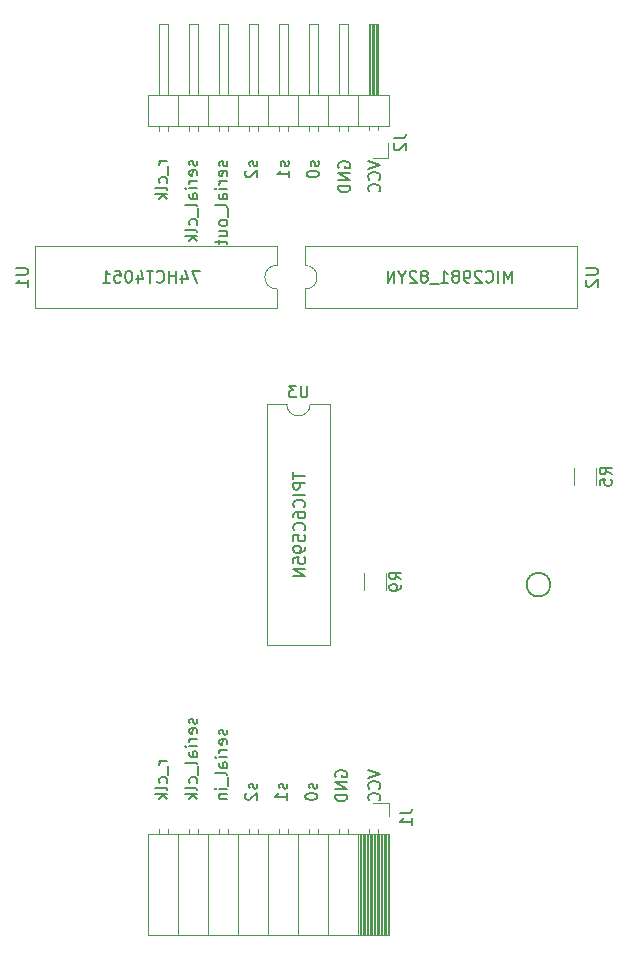
<source format=gbr>
%TF.GenerationSoftware,KiCad,Pcbnew,(5.1.8-0-10_14)*%
%TF.CreationDate,2021-01-04T21:42:45+01:00*%
%TF.ProjectId,led-matrix,6c65642d-6d61-4747-9269-782e6b696361,rev?*%
%TF.SameCoordinates,Original*%
%TF.FileFunction,Legend,Bot*%
%TF.FilePolarity,Positive*%
%FSLAX46Y46*%
G04 Gerber Fmt 4.6, Leading zero omitted, Abs format (unit mm)*
G04 Created by KiCad (PCBNEW (5.1.8-0-10_14)) date 2021-01-04 21:42:45*
%MOMM*%
%LPD*%
G01*
G04 APERTURE LIST*
%ADD10C,0.150000*%
%ADD11C,0.120000*%
G04 APERTURE END LIST*
D10*
X52347761Y-26360523D02*
X52395380Y-26455761D01*
X52395380Y-26646238D01*
X52347761Y-26741476D01*
X52252523Y-26789095D01*
X52204904Y-26789095D01*
X52109666Y-26741476D01*
X52062047Y-26646238D01*
X52062047Y-26503380D01*
X52014428Y-26408142D01*
X51919190Y-26360523D01*
X51871571Y-26360523D01*
X51776333Y-26408142D01*
X51728714Y-26503380D01*
X51728714Y-26646238D01*
X51776333Y-26741476D01*
X51395380Y-27408142D02*
X51395380Y-27503380D01*
X51443000Y-27598619D01*
X51490619Y-27646238D01*
X51585857Y-27693857D01*
X51776333Y-27741476D01*
X52014428Y-27741476D01*
X52204904Y-27693857D01*
X52300142Y-27646238D01*
X52347761Y-27598619D01*
X52395380Y-27503380D01*
X52395380Y-27408142D01*
X52347761Y-27312904D01*
X52300142Y-27265285D01*
X52204904Y-27217666D01*
X52014428Y-27170047D01*
X51776333Y-27170047D01*
X51585857Y-27217666D01*
X51490619Y-27265285D01*
X51443000Y-27312904D01*
X51395380Y-27408142D01*
X54110000Y-26924095D02*
X54062380Y-26828857D01*
X54062380Y-26686000D01*
X54110000Y-26543142D01*
X54205238Y-26447904D01*
X54300476Y-26400285D01*
X54490952Y-26352666D01*
X54633809Y-26352666D01*
X54824285Y-26400285D01*
X54919523Y-26447904D01*
X55014761Y-26543142D01*
X55062380Y-26686000D01*
X55062380Y-26781238D01*
X55014761Y-26924095D01*
X54967142Y-26971714D01*
X54633809Y-26971714D01*
X54633809Y-26781238D01*
X55062380Y-27400285D02*
X54062380Y-27400285D01*
X55062380Y-27971714D01*
X54062380Y-27971714D01*
X55062380Y-28447904D02*
X54062380Y-28447904D01*
X54062380Y-28686000D01*
X54110000Y-28828857D01*
X54205238Y-28924095D01*
X54300476Y-28971714D01*
X54490952Y-29019333D01*
X54633809Y-29019333D01*
X54824285Y-28971714D01*
X54919523Y-28924095D01*
X55014761Y-28828857D01*
X55062380Y-28686000D01*
X55062380Y-28447904D01*
X44600761Y-26368809D02*
X44648380Y-26464047D01*
X44648380Y-26654523D01*
X44600761Y-26749761D01*
X44505523Y-26797380D01*
X44457904Y-26797380D01*
X44362666Y-26749761D01*
X44315047Y-26654523D01*
X44315047Y-26511666D01*
X44267428Y-26416428D01*
X44172190Y-26368809D01*
X44124571Y-26368809D01*
X44029333Y-26416428D01*
X43981714Y-26511666D01*
X43981714Y-26654523D01*
X44029333Y-26749761D01*
X44600761Y-27606904D02*
X44648380Y-27511666D01*
X44648380Y-27321190D01*
X44600761Y-27225952D01*
X44505523Y-27178333D01*
X44124571Y-27178333D01*
X44029333Y-27225952D01*
X43981714Y-27321190D01*
X43981714Y-27511666D01*
X44029333Y-27606904D01*
X44124571Y-27654523D01*
X44219809Y-27654523D01*
X44315047Y-27178333D01*
X44648380Y-28083095D02*
X43981714Y-28083095D01*
X44172190Y-28083095D02*
X44076952Y-28130714D01*
X44029333Y-28178333D01*
X43981714Y-28273571D01*
X43981714Y-28368809D01*
X44648380Y-28702142D02*
X43981714Y-28702142D01*
X43648380Y-28702142D02*
X43696000Y-28654523D01*
X43743619Y-28702142D01*
X43696000Y-28749761D01*
X43648380Y-28702142D01*
X43743619Y-28702142D01*
X44648380Y-29606904D02*
X44124571Y-29606904D01*
X44029333Y-29559285D01*
X43981714Y-29464047D01*
X43981714Y-29273571D01*
X44029333Y-29178333D01*
X44600761Y-29606904D02*
X44648380Y-29511666D01*
X44648380Y-29273571D01*
X44600761Y-29178333D01*
X44505523Y-29130714D01*
X44410285Y-29130714D01*
X44315047Y-29178333D01*
X44267428Y-29273571D01*
X44267428Y-29511666D01*
X44219809Y-29606904D01*
X44648380Y-30225952D02*
X44600761Y-30130714D01*
X44505523Y-30083095D01*
X43648380Y-30083095D01*
X44743619Y-30368809D02*
X44743619Y-31130714D01*
X44648380Y-31511666D02*
X44600761Y-31416428D01*
X44553142Y-31368809D01*
X44457904Y-31321190D01*
X44172190Y-31321190D01*
X44076952Y-31368809D01*
X44029333Y-31416428D01*
X43981714Y-31511666D01*
X43981714Y-31654523D01*
X44029333Y-31749761D01*
X44076952Y-31797380D01*
X44172190Y-31845000D01*
X44457904Y-31845000D01*
X44553142Y-31797380D01*
X44600761Y-31749761D01*
X44648380Y-31654523D01*
X44648380Y-31511666D01*
X43981714Y-32702142D02*
X44648380Y-32702142D01*
X43981714Y-32273571D02*
X44505523Y-32273571D01*
X44600761Y-32321190D01*
X44648380Y-32416428D01*
X44648380Y-32559285D01*
X44600761Y-32654523D01*
X44553142Y-32702142D01*
X43981714Y-33035476D02*
X43981714Y-33416428D01*
X43648380Y-33178333D02*
X44505523Y-33178333D01*
X44600761Y-33225952D01*
X44648380Y-33321190D01*
X44648380Y-33416428D01*
X39568380Y-26392380D02*
X38901714Y-26392380D01*
X39092190Y-26392380D02*
X38996952Y-26440000D01*
X38949333Y-26487619D01*
X38901714Y-26582857D01*
X38901714Y-26678095D01*
X39663619Y-26773333D02*
X39663619Y-27535238D01*
X39520761Y-28201904D02*
X39568380Y-28106666D01*
X39568380Y-27916190D01*
X39520761Y-27820952D01*
X39473142Y-27773333D01*
X39377904Y-27725714D01*
X39092190Y-27725714D01*
X38996952Y-27773333D01*
X38949333Y-27820952D01*
X38901714Y-27916190D01*
X38901714Y-28106666D01*
X38949333Y-28201904D01*
X39568380Y-28773333D02*
X39520761Y-28678095D01*
X39425523Y-28630476D01*
X38568380Y-28630476D01*
X39568380Y-29154285D02*
X38568380Y-29154285D01*
X39187428Y-29249523D02*
X39568380Y-29535238D01*
X38901714Y-29535238D02*
X39282666Y-29154285D01*
X42060761Y-26337047D02*
X42108380Y-26432285D01*
X42108380Y-26622761D01*
X42060761Y-26718000D01*
X41965523Y-26765619D01*
X41917904Y-26765619D01*
X41822666Y-26718000D01*
X41775047Y-26622761D01*
X41775047Y-26479904D01*
X41727428Y-26384666D01*
X41632190Y-26337047D01*
X41584571Y-26337047D01*
X41489333Y-26384666D01*
X41441714Y-26479904D01*
X41441714Y-26622761D01*
X41489333Y-26718000D01*
X42060761Y-27575142D02*
X42108380Y-27479904D01*
X42108380Y-27289428D01*
X42060761Y-27194190D01*
X41965523Y-27146571D01*
X41584571Y-27146571D01*
X41489333Y-27194190D01*
X41441714Y-27289428D01*
X41441714Y-27479904D01*
X41489333Y-27575142D01*
X41584571Y-27622761D01*
X41679809Y-27622761D01*
X41775047Y-27146571D01*
X42108380Y-28051333D02*
X41441714Y-28051333D01*
X41632190Y-28051333D02*
X41536952Y-28098952D01*
X41489333Y-28146571D01*
X41441714Y-28241809D01*
X41441714Y-28337047D01*
X42108380Y-28670380D02*
X41441714Y-28670380D01*
X41108380Y-28670380D02*
X41156000Y-28622761D01*
X41203619Y-28670380D01*
X41156000Y-28718000D01*
X41108380Y-28670380D01*
X41203619Y-28670380D01*
X42108380Y-29575142D02*
X41584571Y-29575142D01*
X41489333Y-29527523D01*
X41441714Y-29432285D01*
X41441714Y-29241809D01*
X41489333Y-29146571D01*
X42060761Y-29575142D02*
X42108380Y-29479904D01*
X42108380Y-29241809D01*
X42060761Y-29146571D01*
X41965523Y-29098952D01*
X41870285Y-29098952D01*
X41775047Y-29146571D01*
X41727428Y-29241809D01*
X41727428Y-29479904D01*
X41679809Y-29575142D01*
X42108380Y-30194190D02*
X42060761Y-30098952D01*
X41965523Y-30051333D01*
X41108380Y-30051333D01*
X42203619Y-30337047D02*
X42203619Y-31098952D01*
X42060761Y-31765619D02*
X42108380Y-31670380D01*
X42108380Y-31479904D01*
X42060761Y-31384666D01*
X42013142Y-31337047D01*
X41917904Y-31289428D01*
X41632190Y-31289428D01*
X41536952Y-31337047D01*
X41489333Y-31384666D01*
X41441714Y-31479904D01*
X41441714Y-31670380D01*
X41489333Y-31765619D01*
X42108380Y-32337047D02*
X42060761Y-32241809D01*
X41965523Y-32194190D01*
X41108380Y-32194190D01*
X42108380Y-32718000D02*
X41108380Y-32718000D01*
X41727428Y-32813238D02*
X42108380Y-33098952D01*
X41441714Y-33098952D02*
X41822666Y-32718000D01*
X56602380Y-26352666D02*
X57602380Y-26686000D01*
X56602380Y-27019333D01*
X57507142Y-27924095D02*
X57554761Y-27876476D01*
X57602380Y-27733619D01*
X57602380Y-27638380D01*
X57554761Y-27495523D01*
X57459523Y-27400285D01*
X57364285Y-27352666D01*
X57173809Y-27305047D01*
X57030952Y-27305047D01*
X56840476Y-27352666D01*
X56745238Y-27400285D01*
X56650000Y-27495523D01*
X56602380Y-27638380D01*
X56602380Y-27733619D01*
X56650000Y-27876476D01*
X56697619Y-27924095D01*
X57507142Y-28924095D02*
X57554761Y-28876476D01*
X57602380Y-28733619D01*
X57602380Y-28638380D01*
X57554761Y-28495523D01*
X57459523Y-28400285D01*
X57364285Y-28352666D01*
X57173809Y-28305047D01*
X57030952Y-28305047D01*
X56840476Y-28352666D01*
X56745238Y-28400285D01*
X56650000Y-28495523D01*
X56602380Y-28638380D01*
X56602380Y-28733619D01*
X56650000Y-28876476D01*
X56697619Y-28924095D01*
X49807761Y-26360523D02*
X49855380Y-26455761D01*
X49855380Y-26646238D01*
X49807761Y-26741476D01*
X49712523Y-26789095D01*
X49664904Y-26789095D01*
X49569666Y-26741476D01*
X49522047Y-26646238D01*
X49522047Y-26503380D01*
X49474428Y-26408142D01*
X49379190Y-26360523D01*
X49331571Y-26360523D01*
X49236333Y-26408142D01*
X49188714Y-26503380D01*
X49188714Y-26646238D01*
X49236333Y-26741476D01*
X49855380Y-27741476D02*
X49855380Y-27170047D01*
X49855380Y-27455761D02*
X48855380Y-27455761D01*
X48998238Y-27360523D01*
X49093476Y-27265285D01*
X49141095Y-27170047D01*
X47140761Y-26360523D02*
X47188380Y-26455761D01*
X47188380Y-26646238D01*
X47140761Y-26741476D01*
X47045523Y-26789095D01*
X46997904Y-26789095D01*
X46902666Y-26741476D01*
X46855047Y-26646238D01*
X46855047Y-26503380D01*
X46807428Y-26408142D01*
X46712190Y-26360523D01*
X46664571Y-26360523D01*
X46569333Y-26408142D01*
X46521714Y-26503380D01*
X46521714Y-26646238D01*
X46569333Y-26741476D01*
X46283619Y-27170047D02*
X46236000Y-27217666D01*
X46188380Y-27312904D01*
X46188380Y-27551000D01*
X46236000Y-27646238D01*
X46283619Y-27693857D01*
X46378857Y-27741476D01*
X46474095Y-27741476D01*
X46616952Y-27693857D01*
X47188380Y-27122428D01*
X47188380Y-27741476D01*
X56602380Y-77914666D02*
X57602380Y-78248000D01*
X56602380Y-78581333D01*
X57507142Y-79486095D02*
X57554761Y-79438476D01*
X57602380Y-79295619D01*
X57602380Y-79200380D01*
X57554761Y-79057523D01*
X57459523Y-78962285D01*
X57364285Y-78914666D01*
X57173809Y-78867047D01*
X57030952Y-78867047D01*
X56840476Y-78914666D01*
X56745238Y-78962285D01*
X56650000Y-79057523D01*
X56602380Y-79200380D01*
X56602380Y-79295619D01*
X56650000Y-79438476D01*
X56697619Y-79486095D01*
X57507142Y-80486095D02*
X57554761Y-80438476D01*
X57602380Y-80295619D01*
X57602380Y-80200380D01*
X57554761Y-80057523D01*
X57459523Y-79962285D01*
X57364285Y-79914666D01*
X57173809Y-79867047D01*
X57030952Y-79867047D01*
X56840476Y-79914666D01*
X56745238Y-79962285D01*
X56650000Y-80057523D01*
X56602380Y-80200380D01*
X56602380Y-80295619D01*
X56650000Y-80438476D01*
X56697619Y-80486095D01*
X53856000Y-78486095D02*
X53808380Y-78390857D01*
X53808380Y-78248000D01*
X53856000Y-78105142D01*
X53951238Y-78009904D01*
X54046476Y-77962285D01*
X54236952Y-77914666D01*
X54379809Y-77914666D01*
X54570285Y-77962285D01*
X54665523Y-78009904D01*
X54760761Y-78105142D01*
X54808380Y-78248000D01*
X54808380Y-78343238D01*
X54760761Y-78486095D01*
X54713142Y-78533714D01*
X54379809Y-78533714D01*
X54379809Y-78343238D01*
X54808380Y-78962285D02*
X53808380Y-78962285D01*
X54808380Y-79533714D01*
X53808380Y-79533714D01*
X54808380Y-80009904D02*
X53808380Y-80009904D01*
X53808380Y-80248000D01*
X53856000Y-80390857D01*
X53951238Y-80486095D01*
X54046476Y-80533714D01*
X54236952Y-80581333D01*
X54379809Y-80581333D01*
X54570285Y-80533714D01*
X54665523Y-80486095D01*
X54760761Y-80390857D01*
X54808380Y-80248000D01*
X54808380Y-80009904D01*
X52220761Y-79065523D02*
X52268380Y-79160761D01*
X52268380Y-79351238D01*
X52220761Y-79446476D01*
X52125523Y-79494095D01*
X52077904Y-79494095D01*
X51982666Y-79446476D01*
X51935047Y-79351238D01*
X51935047Y-79208380D01*
X51887428Y-79113142D01*
X51792190Y-79065523D01*
X51744571Y-79065523D01*
X51649333Y-79113142D01*
X51601714Y-79208380D01*
X51601714Y-79351238D01*
X51649333Y-79446476D01*
X51268380Y-80113142D02*
X51268380Y-80208380D01*
X51316000Y-80303619D01*
X51363619Y-80351238D01*
X51458857Y-80398857D01*
X51649333Y-80446476D01*
X51887428Y-80446476D01*
X52077904Y-80398857D01*
X52173142Y-80351238D01*
X52220761Y-80303619D01*
X52268380Y-80208380D01*
X52268380Y-80113142D01*
X52220761Y-80017904D01*
X52173142Y-79970285D01*
X52077904Y-79922666D01*
X51887428Y-79875047D01*
X51649333Y-79875047D01*
X51458857Y-79922666D01*
X51363619Y-79970285D01*
X51316000Y-80017904D01*
X51268380Y-80113142D01*
X49680761Y-79065523D02*
X49728380Y-79160761D01*
X49728380Y-79351238D01*
X49680761Y-79446476D01*
X49585523Y-79494095D01*
X49537904Y-79494095D01*
X49442666Y-79446476D01*
X49395047Y-79351238D01*
X49395047Y-79208380D01*
X49347428Y-79113142D01*
X49252190Y-79065523D01*
X49204571Y-79065523D01*
X49109333Y-79113142D01*
X49061714Y-79208380D01*
X49061714Y-79351238D01*
X49109333Y-79446476D01*
X49728380Y-80446476D02*
X49728380Y-79875047D01*
X49728380Y-80160761D02*
X48728380Y-80160761D01*
X48871238Y-80065523D01*
X48966476Y-79970285D01*
X49014095Y-79875047D01*
X47140761Y-79065523D02*
X47188380Y-79160761D01*
X47188380Y-79351238D01*
X47140761Y-79446476D01*
X47045523Y-79494095D01*
X46997904Y-79494095D01*
X46902666Y-79446476D01*
X46855047Y-79351238D01*
X46855047Y-79208380D01*
X46807428Y-79113142D01*
X46712190Y-79065523D01*
X46664571Y-79065523D01*
X46569333Y-79113142D01*
X46521714Y-79208380D01*
X46521714Y-79351238D01*
X46569333Y-79446476D01*
X46283619Y-79875047D02*
X46236000Y-79922666D01*
X46188380Y-80017904D01*
X46188380Y-80256000D01*
X46236000Y-80351238D01*
X46283619Y-80398857D01*
X46378857Y-80446476D01*
X46474095Y-80446476D01*
X46616952Y-80398857D01*
X47188380Y-79827428D01*
X47188380Y-80446476D01*
X44600761Y-74493809D02*
X44648380Y-74589047D01*
X44648380Y-74779523D01*
X44600761Y-74874761D01*
X44505523Y-74922380D01*
X44457904Y-74922380D01*
X44362666Y-74874761D01*
X44315047Y-74779523D01*
X44315047Y-74636666D01*
X44267428Y-74541428D01*
X44172190Y-74493809D01*
X44124571Y-74493809D01*
X44029333Y-74541428D01*
X43981714Y-74636666D01*
X43981714Y-74779523D01*
X44029333Y-74874761D01*
X44600761Y-75731904D02*
X44648380Y-75636666D01*
X44648380Y-75446190D01*
X44600761Y-75350952D01*
X44505523Y-75303333D01*
X44124571Y-75303333D01*
X44029333Y-75350952D01*
X43981714Y-75446190D01*
X43981714Y-75636666D01*
X44029333Y-75731904D01*
X44124571Y-75779523D01*
X44219809Y-75779523D01*
X44315047Y-75303333D01*
X44648380Y-76208095D02*
X43981714Y-76208095D01*
X44172190Y-76208095D02*
X44076952Y-76255714D01*
X44029333Y-76303333D01*
X43981714Y-76398571D01*
X43981714Y-76493809D01*
X44648380Y-76827142D02*
X43981714Y-76827142D01*
X43648380Y-76827142D02*
X43696000Y-76779523D01*
X43743619Y-76827142D01*
X43696000Y-76874761D01*
X43648380Y-76827142D01*
X43743619Y-76827142D01*
X44648380Y-77731904D02*
X44124571Y-77731904D01*
X44029333Y-77684285D01*
X43981714Y-77589047D01*
X43981714Y-77398571D01*
X44029333Y-77303333D01*
X44600761Y-77731904D02*
X44648380Y-77636666D01*
X44648380Y-77398571D01*
X44600761Y-77303333D01*
X44505523Y-77255714D01*
X44410285Y-77255714D01*
X44315047Y-77303333D01*
X44267428Y-77398571D01*
X44267428Y-77636666D01*
X44219809Y-77731904D01*
X44648380Y-78350952D02*
X44600761Y-78255714D01*
X44505523Y-78208095D01*
X43648380Y-78208095D01*
X44743619Y-78493809D02*
X44743619Y-79255714D01*
X44648380Y-79493809D02*
X43981714Y-79493809D01*
X43648380Y-79493809D02*
X43696000Y-79446190D01*
X43743619Y-79493809D01*
X43696000Y-79541428D01*
X43648380Y-79493809D01*
X43743619Y-79493809D01*
X43981714Y-79970000D02*
X44648380Y-79970000D01*
X44076952Y-79970000D02*
X44029333Y-80017619D01*
X43981714Y-80112857D01*
X43981714Y-80255714D01*
X44029333Y-80350952D01*
X44124571Y-80398571D01*
X44648380Y-80398571D01*
X42060761Y-73581047D02*
X42108380Y-73676285D01*
X42108380Y-73866761D01*
X42060761Y-73962000D01*
X41965523Y-74009619D01*
X41917904Y-74009619D01*
X41822666Y-73962000D01*
X41775047Y-73866761D01*
X41775047Y-73723904D01*
X41727428Y-73628666D01*
X41632190Y-73581047D01*
X41584571Y-73581047D01*
X41489333Y-73628666D01*
X41441714Y-73723904D01*
X41441714Y-73866761D01*
X41489333Y-73962000D01*
X42060761Y-74819142D02*
X42108380Y-74723904D01*
X42108380Y-74533428D01*
X42060761Y-74438190D01*
X41965523Y-74390571D01*
X41584571Y-74390571D01*
X41489333Y-74438190D01*
X41441714Y-74533428D01*
X41441714Y-74723904D01*
X41489333Y-74819142D01*
X41584571Y-74866761D01*
X41679809Y-74866761D01*
X41775047Y-74390571D01*
X42108380Y-75295333D02*
X41441714Y-75295333D01*
X41632190Y-75295333D02*
X41536952Y-75342952D01*
X41489333Y-75390571D01*
X41441714Y-75485809D01*
X41441714Y-75581047D01*
X42108380Y-75914380D02*
X41441714Y-75914380D01*
X41108380Y-75914380D02*
X41156000Y-75866761D01*
X41203619Y-75914380D01*
X41156000Y-75962000D01*
X41108380Y-75914380D01*
X41203619Y-75914380D01*
X42108380Y-76819142D02*
X41584571Y-76819142D01*
X41489333Y-76771523D01*
X41441714Y-76676285D01*
X41441714Y-76485809D01*
X41489333Y-76390571D01*
X42060761Y-76819142D02*
X42108380Y-76723904D01*
X42108380Y-76485809D01*
X42060761Y-76390571D01*
X41965523Y-76342952D01*
X41870285Y-76342952D01*
X41775047Y-76390571D01*
X41727428Y-76485809D01*
X41727428Y-76723904D01*
X41679809Y-76819142D01*
X42108380Y-77438190D02*
X42060761Y-77342952D01*
X41965523Y-77295333D01*
X41108380Y-77295333D01*
X42203619Y-77581047D02*
X42203619Y-78342952D01*
X42060761Y-79009619D02*
X42108380Y-78914380D01*
X42108380Y-78723904D01*
X42060761Y-78628666D01*
X42013142Y-78581047D01*
X41917904Y-78533428D01*
X41632190Y-78533428D01*
X41536952Y-78581047D01*
X41489333Y-78628666D01*
X41441714Y-78723904D01*
X41441714Y-78914380D01*
X41489333Y-79009619D01*
X42108380Y-79581047D02*
X42060761Y-79485809D01*
X41965523Y-79438190D01*
X41108380Y-79438190D01*
X42108380Y-79962000D02*
X41108380Y-79962000D01*
X41727428Y-80057238D02*
X42108380Y-80342952D01*
X41441714Y-80342952D02*
X41822666Y-79962000D01*
X39568380Y-77192380D02*
X38901714Y-77192380D01*
X39092190Y-77192380D02*
X38996952Y-77240000D01*
X38949333Y-77287619D01*
X38901714Y-77382857D01*
X38901714Y-77478095D01*
X39663619Y-77573333D02*
X39663619Y-78335238D01*
X39520761Y-79001904D02*
X39568380Y-78906666D01*
X39568380Y-78716190D01*
X39520761Y-78620952D01*
X39473142Y-78573333D01*
X39377904Y-78525714D01*
X39092190Y-78525714D01*
X38996952Y-78573333D01*
X38949333Y-78620952D01*
X38901714Y-78716190D01*
X38901714Y-78906666D01*
X38949333Y-79001904D01*
X39568380Y-79573333D02*
X39520761Y-79478095D01*
X39425523Y-79430476D01*
X38568380Y-79430476D01*
X39568380Y-79954285D02*
X38568380Y-79954285D01*
X39187428Y-80049523D02*
X39568380Y-80335238D01*
X38901714Y-80335238D02*
X39282666Y-79954285D01*
D11*
%TO.C,J2*%
X58365000Y-23395000D02*
X37925000Y-23395000D01*
X37925000Y-23395000D02*
X37925000Y-20735000D01*
X37925000Y-20735000D02*
X58365000Y-20735000D01*
X58365000Y-20735000D02*
X58365000Y-23395000D01*
X57415000Y-20735000D02*
X57415000Y-14735000D01*
X57415000Y-14735000D02*
X56655000Y-14735000D01*
X56655000Y-14735000D02*
X56655000Y-20735000D01*
X57355000Y-20735000D02*
X57355000Y-14735000D01*
X57235000Y-20735000D02*
X57235000Y-14735000D01*
X57115000Y-20735000D02*
X57115000Y-14735000D01*
X56995000Y-20735000D02*
X56995000Y-14735000D01*
X56875000Y-20735000D02*
X56875000Y-14735000D01*
X56755000Y-20735000D02*
X56755000Y-14735000D01*
X57415000Y-23725000D02*
X57415000Y-23395000D01*
X56655000Y-23725000D02*
X56655000Y-23395000D01*
X55765000Y-23395000D02*
X55765000Y-20735000D01*
X54875000Y-20735000D02*
X54875000Y-14735000D01*
X54875000Y-14735000D02*
X54115000Y-14735000D01*
X54115000Y-14735000D02*
X54115000Y-20735000D01*
X54875000Y-23792071D02*
X54875000Y-23395000D01*
X54115000Y-23792071D02*
X54115000Y-23395000D01*
X53225000Y-23395000D02*
X53225000Y-20735000D01*
X52335000Y-20735000D02*
X52335000Y-14735000D01*
X52335000Y-14735000D02*
X51575000Y-14735000D01*
X51575000Y-14735000D02*
X51575000Y-20735000D01*
X52335000Y-23792071D02*
X52335000Y-23395000D01*
X51575000Y-23792071D02*
X51575000Y-23395000D01*
X50685000Y-23395000D02*
X50685000Y-20735000D01*
X49795000Y-20735000D02*
X49795000Y-14735000D01*
X49795000Y-14735000D02*
X49035000Y-14735000D01*
X49035000Y-14735000D02*
X49035000Y-20735000D01*
X49795000Y-23792071D02*
X49795000Y-23395000D01*
X49035000Y-23792071D02*
X49035000Y-23395000D01*
X48145000Y-23395000D02*
X48145000Y-20735000D01*
X47255000Y-20735000D02*
X47255000Y-14735000D01*
X47255000Y-14735000D02*
X46495000Y-14735000D01*
X46495000Y-14735000D02*
X46495000Y-20735000D01*
X47255000Y-23792071D02*
X47255000Y-23395000D01*
X46495000Y-23792071D02*
X46495000Y-23395000D01*
X45605000Y-23395000D02*
X45605000Y-20735000D01*
X44715000Y-20735000D02*
X44715000Y-14735000D01*
X44715000Y-14735000D02*
X43955000Y-14735000D01*
X43955000Y-14735000D02*
X43955000Y-20735000D01*
X44715000Y-23792071D02*
X44715000Y-23395000D01*
X43955000Y-23792071D02*
X43955000Y-23395000D01*
X43065000Y-23395000D02*
X43065000Y-20735000D01*
X42175000Y-20735000D02*
X42175000Y-14735000D01*
X42175000Y-14735000D02*
X41415000Y-14735000D01*
X41415000Y-14735000D02*
X41415000Y-20735000D01*
X42175000Y-23792071D02*
X42175000Y-23395000D01*
X41415000Y-23792071D02*
X41415000Y-23395000D01*
X40525000Y-23395000D02*
X40525000Y-20735000D01*
X39635000Y-20735000D02*
X39635000Y-14735000D01*
X39635000Y-14735000D02*
X38875000Y-14735000D01*
X38875000Y-14735000D02*
X38875000Y-20735000D01*
X39635000Y-23792071D02*
X39635000Y-23395000D01*
X38875000Y-23792071D02*
X38875000Y-23395000D01*
X57035000Y-26105000D02*
X58305000Y-26105000D01*
X58305000Y-26105000D02*
X58305000Y-24835000D01*
D10*
%TO.C,D1*%
X72005000Y-62225000D02*
G75*
G03*
X72005000Y-62225000I-1000000J0D01*
G01*
D11*
%TO.C,J1*%
X58245000Y-91925000D02*
X58245000Y-83295000D01*
X58126905Y-91925000D02*
X58126905Y-83295000D01*
X58008810Y-91925000D02*
X58008810Y-83295000D01*
X57890715Y-91925000D02*
X57890715Y-83295000D01*
X57772620Y-91925000D02*
X57772620Y-83295000D01*
X57654525Y-91925000D02*
X57654525Y-83295000D01*
X57536430Y-91925000D02*
X57536430Y-83295000D01*
X57418335Y-91925000D02*
X57418335Y-83295000D01*
X57300240Y-91925000D02*
X57300240Y-83295000D01*
X57182145Y-91925000D02*
X57182145Y-83295000D01*
X57064050Y-91925000D02*
X57064050Y-83295000D01*
X56945955Y-91925000D02*
X56945955Y-83295000D01*
X56827860Y-91925000D02*
X56827860Y-83295000D01*
X56709765Y-91925000D02*
X56709765Y-83295000D01*
X56591670Y-91925000D02*
X56591670Y-83295000D01*
X56473575Y-91925000D02*
X56473575Y-83295000D01*
X56355480Y-91925000D02*
X56355480Y-83295000D01*
X56237385Y-91925000D02*
X56237385Y-83295000D01*
X56119290Y-91925000D02*
X56119290Y-83295000D01*
X56001195Y-91925000D02*
X56001195Y-83295000D01*
X55883100Y-91925000D02*
X55883100Y-83295000D01*
X57395000Y-83295000D02*
X57395000Y-82945000D01*
X56675000Y-83295000D02*
X56675000Y-82945000D01*
X54855000Y-83295000D02*
X54855000Y-82885000D01*
X54135000Y-83295000D02*
X54135000Y-82885000D01*
X52315000Y-83295000D02*
X52315000Y-82885000D01*
X51595000Y-83295000D02*
X51595000Y-82885000D01*
X49775000Y-83295000D02*
X49775000Y-82885000D01*
X49055000Y-83295000D02*
X49055000Y-82885000D01*
X47235000Y-83295000D02*
X47235000Y-82885000D01*
X46515000Y-83295000D02*
X46515000Y-82885000D01*
X44695000Y-83295000D02*
X44695000Y-82885000D01*
X43975000Y-83295000D02*
X43975000Y-82885000D01*
X42155000Y-83295000D02*
X42155000Y-82885000D01*
X41435000Y-83295000D02*
X41435000Y-82885000D01*
X39615000Y-83295000D02*
X39615000Y-82885000D01*
X38895000Y-83295000D02*
X38895000Y-82885000D01*
X55765000Y-91925000D02*
X55765000Y-83295000D01*
X53225000Y-91925000D02*
X53225000Y-83295000D01*
X50685000Y-91925000D02*
X50685000Y-83295000D01*
X48145000Y-91925000D02*
X48145000Y-83295000D01*
X45605000Y-91925000D02*
X45605000Y-83295000D01*
X43065000Y-91925000D02*
X43065000Y-83295000D01*
X40525000Y-91925000D02*
X40525000Y-83295000D01*
X58365000Y-91925000D02*
X58365000Y-83295000D01*
X58365000Y-83295000D02*
X37925000Y-83295000D01*
X37925000Y-91925000D02*
X37925000Y-83295000D01*
X58365000Y-91925000D02*
X37925000Y-91925000D01*
X58365000Y-80725000D02*
X57035000Y-80725000D01*
X58365000Y-81835000D02*
X58365000Y-80725000D01*
%TO.C,U2*%
X51260000Y-35190000D02*
X51260000Y-33540000D01*
X51260000Y-33540000D02*
X74240000Y-33540000D01*
X74240000Y-33540000D02*
X74240000Y-38840000D01*
X74240000Y-38840000D02*
X51260000Y-38840000D01*
X51260000Y-38840000D02*
X51260000Y-37190000D01*
X51260000Y-37190000D02*
G75*
G03*
X51260000Y-35190000I0J1000000D01*
G01*
%TO.C,R5*%
X75840000Y-53787064D02*
X75840000Y-52332936D01*
X74020000Y-53787064D02*
X74020000Y-52332936D01*
%TO.C,R9*%
X56240000Y-61222936D02*
X56240000Y-62677064D01*
X58060000Y-61222936D02*
X58060000Y-62677064D01*
%TO.C,U3*%
X51685000Y-46925000D02*
X53335000Y-46925000D01*
X53335000Y-46925000D02*
X53335000Y-67365000D01*
X53335000Y-67365000D02*
X48035000Y-67365000D01*
X48035000Y-67365000D02*
X48035000Y-46925000D01*
X48035000Y-46925000D02*
X49685000Y-46925000D01*
X49685000Y-46925000D02*
G75*
G03*
X51685000Y-46925000I1000000J0D01*
G01*
%TO.C,U1*%
X48840000Y-33540000D02*
X48840000Y-35190000D01*
X28400000Y-33540000D02*
X48840000Y-33540000D01*
X28400000Y-38840000D02*
X28400000Y-33540000D01*
X48840000Y-38840000D02*
X28400000Y-38840000D01*
X48840000Y-37190000D02*
X48840000Y-38840000D01*
X48840000Y-35190000D02*
G75*
G03*
X48840000Y-37190000I0J-1000000D01*
G01*
%TO.C,*%
D10*
X50252380Y-52697619D02*
X50252380Y-53269047D01*
X51252380Y-52983333D02*
X50252380Y-52983333D01*
X51252380Y-53602380D02*
X50252380Y-53602380D01*
X50252380Y-53983333D01*
X50300000Y-54078571D01*
X50347619Y-54126190D01*
X50442857Y-54173809D01*
X50585714Y-54173809D01*
X50680952Y-54126190D01*
X50728571Y-54078571D01*
X50776190Y-53983333D01*
X50776190Y-53602380D01*
X51252380Y-54602380D02*
X50252380Y-54602380D01*
X51157142Y-55650000D02*
X51204761Y-55602380D01*
X51252380Y-55459523D01*
X51252380Y-55364285D01*
X51204761Y-55221428D01*
X51109523Y-55126190D01*
X51014285Y-55078571D01*
X50823809Y-55030952D01*
X50680952Y-55030952D01*
X50490476Y-55078571D01*
X50395238Y-55126190D01*
X50300000Y-55221428D01*
X50252380Y-55364285D01*
X50252380Y-55459523D01*
X50300000Y-55602380D01*
X50347619Y-55650000D01*
X50252380Y-56507142D02*
X50252380Y-56316666D01*
X50300000Y-56221428D01*
X50347619Y-56173809D01*
X50490476Y-56078571D01*
X50680952Y-56030952D01*
X51061904Y-56030952D01*
X51157142Y-56078571D01*
X51204761Y-56126190D01*
X51252380Y-56221428D01*
X51252380Y-56411904D01*
X51204761Y-56507142D01*
X51157142Y-56554761D01*
X51061904Y-56602380D01*
X50823809Y-56602380D01*
X50728571Y-56554761D01*
X50680952Y-56507142D01*
X50633333Y-56411904D01*
X50633333Y-56221428D01*
X50680952Y-56126190D01*
X50728571Y-56078571D01*
X50823809Y-56030952D01*
X51157142Y-57602380D02*
X51204761Y-57554761D01*
X51252380Y-57411904D01*
X51252380Y-57316666D01*
X51204761Y-57173809D01*
X51109523Y-57078571D01*
X51014285Y-57030952D01*
X50823809Y-56983333D01*
X50680952Y-56983333D01*
X50490476Y-57030952D01*
X50395238Y-57078571D01*
X50300000Y-57173809D01*
X50252380Y-57316666D01*
X50252380Y-57411904D01*
X50300000Y-57554761D01*
X50347619Y-57602380D01*
X50252380Y-58507142D02*
X50252380Y-58030952D01*
X50728571Y-57983333D01*
X50680952Y-58030952D01*
X50633333Y-58126190D01*
X50633333Y-58364285D01*
X50680952Y-58459523D01*
X50728571Y-58507142D01*
X50823809Y-58554761D01*
X51061904Y-58554761D01*
X51157142Y-58507142D01*
X51204761Y-58459523D01*
X51252380Y-58364285D01*
X51252380Y-58126190D01*
X51204761Y-58030952D01*
X51157142Y-57983333D01*
X51252380Y-59030952D02*
X51252380Y-59221428D01*
X51204761Y-59316666D01*
X51157142Y-59364285D01*
X51014285Y-59459523D01*
X50823809Y-59507142D01*
X50442857Y-59507142D01*
X50347619Y-59459523D01*
X50300000Y-59411904D01*
X50252380Y-59316666D01*
X50252380Y-59126190D01*
X50300000Y-59030952D01*
X50347619Y-58983333D01*
X50442857Y-58935714D01*
X50680952Y-58935714D01*
X50776190Y-58983333D01*
X50823809Y-59030952D01*
X50871428Y-59126190D01*
X50871428Y-59316666D01*
X50823809Y-59411904D01*
X50776190Y-59459523D01*
X50680952Y-59507142D01*
X50252380Y-60411904D02*
X50252380Y-59935714D01*
X50728571Y-59888095D01*
X50680952Y-59935714D01*
X50633333Y-60030952D01*
X50633333Y-60269047D01*
X50680952Y-60364285D01*
X50728571Y-60411904D01*
X50823809Y-60459523D01*
X51061904Y-60459523D01*
X51157142Y-60411904D01*
X51204761Y-60364285D01*
X51252380Y-60269047D01*
X51252380Y-60030952D01*
X51204761Y-59935714D01*
X51157142Y-59888095D01*
X51252380Y-60888095D02*
X50252380Y-60888095D01*
X51252380Y-61459523D01*
X50252380Y-61459523D01*
X42314047Y-35642380D02*
X41647380Y-35642380D01*
X42075952Y-36642380D01*
X40837857Y-35975714D02*
X40837857Y-36642380D01*
X41075952Y-35594761D02*
X41314047Y-36309047D01*
X40695000Y-36309047D01*
X40314047Y-36642380D02*
X40314047Y-35642380D01*
X40314047Y-36118571D02*
X39742619Y-36118571D01*
X39742619Y-36642380D02*
X39742619Y-35642380D01*
X38695000Y-36547142D02*
X38742619Y-36594761D01*
X38885476Y-36642380D01*
X38980714Y-36642380D01*
X39123571Y-36594761D01*
X39218809Y-36499523D01*
X39266428Y-36404285D01*
X39314047Y-36213809D01*
X39314047Y-36070952D01*
X39266428Y-35880476D01*
X39218809Y-35785238D01*
X39123571Y-35690000D01*
X38980714Y-35642380D01*
X38885476Y-35642380D01*
X38742619Y-35690000D01*
X38695000Y-35737619D01*
X38409285Y-35642380D02*
X37837857Y-35642380D01*
X38123571Y-36642380D02*
X38123571Y-35642380D01*
X37075952Y-35975714D02*
X37075952Y-36642380D01*
X37314047Y-35594761D02*
X37552142Y-36309047D01*
X36933095Y-36309047D01*
X36361666Y-35642380D02*
X36266428Y-35642380D01*
X36171190Y-35690000D01*
X36123571Y-35737619D01*
X36075952Y-35832857D01*
X36028333Y-36023333D01*
X36028333Y-36261428D01*
X36075952Y-36451904D01*
X36123571Y-36547142D01*
X36171190Y-36594761D01*
X36266428Y-36642380D01*
X36361666Y-36642380D01*
X36456904Y-36594761D01*
X36504523Y-36547142D01*
X36552142Y-36451904D01*
X36599761Y-36261428D01*
X36599761Y-36023333D01*
X36552142Y-35832857D01*
X36504523Y-35737619D01*
X36456904Y-35690000D01*
X36361666Y-35642380D01*
X35123571Y-35642380D02*
X35599761Y-35642380D01*
X35647380Y-36118571D01*
X35599761Y-36070952D01*
X35504523Y-36023333D01*
X35266428Y-36023333D01*
X35171190Y-36070952D01*
X35123571Y-36118571D01*
X35075952Y-36213809D01*
X35075952Y-36451904D01*
X35123571Y-36547142D01*
X35171190Y-36594761D01*
X35266428Y-36642380D01*
X35504523Y-36642380D01*
X35599761Y-36594761D01*
X35647380Y-36547142D01*
X34123571Y-36642380D02*
X34695000Y-36642380D01*
X34409285Y-36642380D02*
X34409285Y-35642380D01*
X34504523Y-35785238D01*
X34599761Y-35880476D01*
X34695000Y-35928095D01*
X68761904Y-36647380D02*
X68761904Y-35647380D01*
X68428571Y-36361666D01*
X68095238Y-35647380D01*
X68095238Y-36647380D01*
X67619047Y-36647380D02*
X67619047Y-35647380D01*
X66571428Y-36552142D02*
X66619047Y-36599761D01*
X66761904Y-36647380D01*
X66857142Y-36647380D01*
X67000000Y-36599761D01*
X67095238Y-36504523D01*
X67142857Y-36409285D01*
X67190476Y-36218809D01*
X67190476Y-36075952D01*
X67142857Y-35885476D01*
X67095238Y-35790238D01*
X67000000Y-35695000D01*
X66857142Y-35647380D01*
X66761904Y-35647380D01*
X66619047Y-35695000D01*
X66571428Y-35742619D01*
X66190476Y-35742619D02*
X66142857Y-35695000D01*
X66047619Y-35647380D01*
X65809523Y-35647380D01*
X65714285Y-35695000D01*
X65666666Y-35742619D01*
X65619047Y-35837857D01*
X65619047Y-35933095D01*
X65666666Y-36075952D01*
X66238095Y-36647380D01*
X65619047Y-36647380D01*
X65142857Y-36647380D02*
X64952380Y-36647380D01*
X64857142Y-36599761D01*
X64809523Y-36552142D01*
X64714285Y-36409285D01*
X64666666Y-36218809D01*
X64666666Y-35837857D01*
X64714285Y-35742619D01*
X64761904Y-35695000D01*
X64857142Y-35647380D01*
X65047619Y-35647380D01*
X65142857Y-35695000D01*
X65190476Y-35742619D01*
X65238095Y-35837857D01*
X65238095Y-36075952D01*
X65190476Y-36171190D01*
X65142857Y-36218809D01*
X65047619Y-36266428D01*
X64857142Y-36266428D01*
X64761904Y-36218809D01*
X64714285Y-36171190D01*
X64666666Y-36075952D01*
X64095238Y-36075952D02*
X64190476Y-36028333D01*
X64238095Y-35980714D01*
X64285714Y-35885476D01*
X64285714Y-35837857D01*
X64238095Y-35742619D01*
X64190476Y-35695000D01*
X64095238Y-35647380D01*
X63904761Y-35647380D01*
X63809523Y-35695000D01*
X63761904Y-35742619D01*
X63714285Y-35837857D01*
X63714285Y-35885476D01*
X63761904Y-35980714D01*
X63809523Y-36028333D01*
X63904761Y-36075952D01*
X64095238Y-36075952D01*
X64190476Y-36123571D01*
X64238095Y-36171190D01*
X64285714Y-36266428D01*
X64285714Y-36456904D01*
X64238095Y-36552142D01*
X64190476Y-36599761D01*
X64095238Y-36647380D01*
X63904761Y-36647380D01*
X63809523Y-36599761D01*
X63761904Y-36552142D01*
X63714285Y-36456904D01*
X63714285Y-36266428D01*
X63761904Y-36171190D01*
X63809523Y-36123571D01*
X63904761Y-36075952D01*
X62761904Y-36647380D02*
X63333333Y-36647380D01*
X63047619Y-36647380D02*
X63047619Y-35647380D01*
X63142857Y-35790238D01*
X63238095Y-35885476D01*
X63333333Y-35933095D01*
X62571428Y-36742619D02*
X61809523Y-36742619D01*
X61428571Y-36075952D02*
X61523809Y-36028333D01*
X61571428Y-35980714D01*
X61619047Y-35885476D01*
X61619047Y-35837857D01*
X61571428Y-35742619D01*
X61523809Y-35695000D01*
X61428571Y-35647380D01*
X61238095Y-35647380D01*
X61142857Y-35695000D01*
X61095238Y-35742619D01*
X61047619Y-35837857D01*
X61047619Y-35885476D01*
X61095238Y-35980714D01*
X61142857Y-36028333D01*
X61238095Y-36075952D01*
X61428571Y-36075952D01*
X61523809Y-36123571D01*
X61571428Y-36171190D01*
X61619047Y-36266428D01*
X61619047Y-36456904D01*
X61571428Y-36552142D01*
X61523809Y-36599761D01*
X61428571Y-36647380D01*
X61238095Y-36647380D01*
X61142857Y-36599761D01*
X61095238Y-36552142D01*
X61047619Y-36456904D01*
X61047619Y-36266428D01*
X61095238Y-36171190D01*
X61142857Y-36123571D01*
X61238095Y-36075952D01*
X60666666Y-35742619D02*
X60619047Y-35695000D01*
X60523809Y-35647380D01*
X60285714Y-35647380D01*
X60190476Y-35695000D01*
X60142857Y-35742619D01*
X60095238Y-35837857D01*
X60095238Y-35933095D01*
X60142857Y-36075952D01*
X60714285Y-36647380D01*
X60095238Y-36647380D01*
X59476190Y-36171190D02*
X59476190Y-36647380D01*
X59809523Y-35647380D02*
X59476190Y-36171190D01*
X59142857Y-35647380D01*
X58809523Y-36647380D02*
X58809523Y-35647380D01*
X58238095Y-36647380D01*
X58238095Y-35647380D01*
%TO.C,J2*%
X58757380Y-24431666D02*
X59471666Y-24431666D01*
X59614523Y-24384047D01*
X59709761Y-24288809D01*
X59757380Y-24145952D01*
X59757380Y-24050714D01*
X58852619Y-24860238D02*
X58805000Y-24907857D01*
X58757380Y-25003095D01*
X58757380Y-25241190D01*
X58805000Y-25336428D01*
X58852619Y-25384047D01*
X58947857Y-25431666D01*
X59043095Y-25431666D01*
X59185952Y-25384047D01*
X59757380Y-24812619D01*
X59757380Y-25431666D01*
%TO.C,J1*%
X59257380Y-81581666D02*
X59971666Y-81581666D01*
X60114523Y-81534047D01*
X60209761Y-81438809D01*
X60257380Y-81295952D01*
X60257380Y-81200714D01*
X60257380Y-82581666D02*
X60257380Y-82010238D01*
X60257380Y-82295952D02*
X59257380Y-82295952D01*
X59400238Y-82200714D01*
X59495476Y-82105476D01*
X59543095Y-82010238D01*
%TO.C,U2*%
X75017380Y-35428095D02*
X75826904Y-35428095D01*
X75922142Y-35475714D01*
X75969761Y-35523333D01*
X76017380Y-35618571D01*
X76017380Y-35809047D01*
X75969761Y-35904285D01*
X75922142Y-35951904D01*
X75826904Y-35999523D01*
X75017380Y-35999523D01*
X75112619Y-36428095D02*
X75065000Y-36475714D01*
X75017380Y-36570952D01*
X75017380Y-36809047D01*
X75065000Y-36904285D01*
X75112619Y-36951904D01*
X75207857Y-36999523D01*
X75303095Y-36999523D01*
X75445952Y-36951904D01*
X76017380Y-36380476D01*
X76017380Y-36999523D01*
%TO.C,R5*%
X77202380Y-52893333D02*
X76726190Y-52560000D01*
X77202380Y-52321904D02*
X76202380Y-52321904D01*
X76202380Y-52702857D01*
X76250000Y-52798095D01*
X76297619Y-52845714D01*
X76392857Y-52893333D01*
X76535714Y-52893333D01*
X76630952Y-52845714D01*
X76678571Y-52798095D01*
X76726190Y-52702857D01*
X76726190Y-52321904D01*
X76202380Y-53798095D02*
X76202380Y-53321904D01*
X76678571Y-53274285D01*
X76630952Y-53321904D01*
X76583333Y-53417142D01*
X76583333Y-53655238D01*
X76630952Y-53750476D01*
X76678571Y-53798095D01*
X76773809Y-53845714D01*
X77011904Y-53845714D01*
X77107142Y-53798095D01*
X77154761Y-53750476D01*
X77202380Y-53655238D01*
X77202380Y-53417142D01*
X77154761Y-53321904D01*
X77107142Y-53274285D01*
%TO.C,R9*%
X59392380Y-61783333D02*
X58916190Y-61450000D01*
X59392380Y-61211904D02*
X58392380Y-61211904D01*
X58392380Y-61592857D01*
X58440000Y-61688095D01*
X58487619Y-61735714D01*
X58582857Y-61783333D01*
X58725714Y-61783333D01*
X58820952Y-61735714D01*
X58868571Y-61688095D01*
X58916190Y-61592857D01*
X58916190Y-61211904D01*
X59392380Y-62259523D02*
X59392380Y-62450000D01*
X59344761Y-62545238D01*
X59297142Y-62592857D01*
X59154285Y-62688095D01*
X58963809Y-62735714D01*
X58582857Y-62735714D01*
X58487619Y-62688095D01*
X58440000Y-62640476D01*
X58392380Y-62545238D01*
X58392380Y-62354761D01*
X58440000Y-62259523D01*
X58487619Y-62211904D01*
X58582857Y-62164285D01*
X58820952Y-62164285D01*
X58916190Y-62211904D01*
X58963809Y-62259523D01*
X59011428Y-62354761D01*
X59011428Y-62545238D01*
X58963809Y-62640476D01*
X58916190Y-62688095D01*
X58820952Y-62735714D01*
%TO.C,U3*%
X51446904Y-45377380D02*
X51446904Y-46186904D01*
X51399285Y-46282142D01*
X51351666Y-46329761D01*
X51256428Y-46377380D01*
X51065952Y-46377380D01*
X50970714Y-46329761D01*
X50923095Y-46282142D01*
X50875476Y-46186904D01*
X50875476Y-45377380D01*
X50494523Y-45377380D02*
X49875476Y-45377380D01*
X50208809Y-45758333D01*
X50065952Y-45758333D01*
X49970714Y-45805952D01*
X49923095Y-45853571D01*
X49875476Y-45948809D01*
X49875476Y-46186904D01*
X49923095Y-46282142D01*
X49970714Y-46329761D01*
X50065952Y-46377380D01*
X50351666Y-46377380D01*
X50446904Y-46329761D01*
X50494523Y-46282142D01*
%TO.C,U1*%
X26757380Y-35428095D02*
X27566904Y-35428095D01*
X27662142Y-35475714D01*
X27709761Y-35523333D01*
X27757380Y-35618571D01*
X27757380Y-35809047D01*
X27709761Y-35904285D01*
X27662142Y-35951904D01*
X27566904Y-35999523D01*
X26757380Y-35999523D01*
X27757380Y-36999523D02*
X27757380Y-36428095D01*
X27757380Y-36713809D02*
X26757380Y-36713809D01*
X26900238Y-36618571D01*
X26995476Y-36523333D01*
X27043095Y-36428095D01*
%TD*%
M02*

</source>
